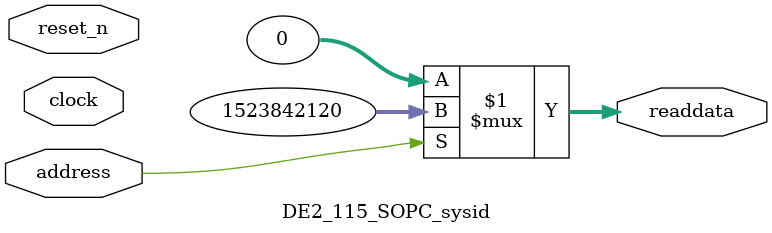
<source format=v>

`timescale 1ns / 1ps
// synthesis translate_on

// turn off superfluous verilog processor warnings 
// altera message_level Level1 
// altera message_off 10034 10035 10036 10037 10230 10240 10030 

module DE2_115_SOPC_sysid (
               // inputs:
                address,
                clock,
                reset_n,

               // outputs:
                readdata
             )
;

  output  [ 31: 0] readdata;
  input            address;
  input            clock;
  input            reset_n;

  wire    [ 31: 0] readdata;
  //control_slave, which is an e_avalon_slave
  assign readdata = address ? 1523842120 : 0;

endmodule




</source>
